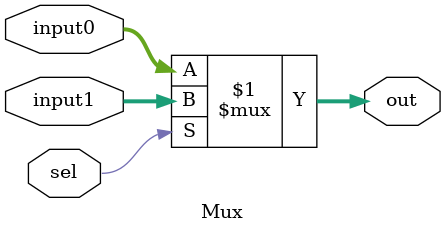
<source format=v>
`timescale 1ns / 1ps


module Mux(
    input [31:0] input0,
    input [31:0] input1,
    input sel,
    output [31:0] out
    );
    
    assign out = sel ? input1 : input0;
endmodule

</source>
